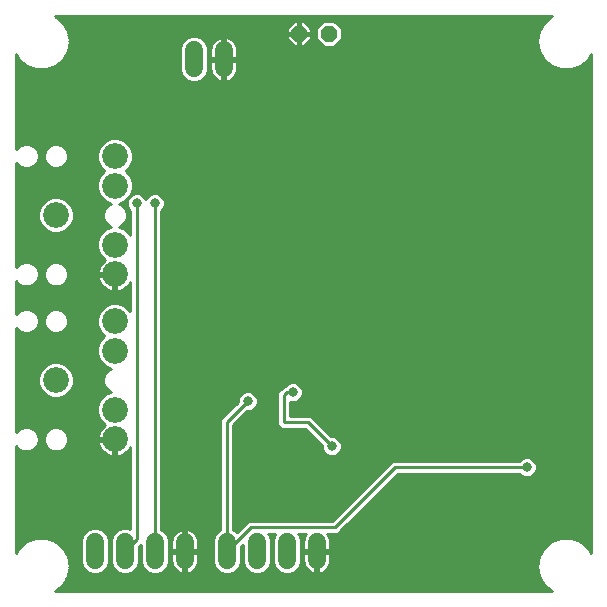
<source format=gbl>
G75*
G70*
%OFA0B0*%
%FSLAX24Y24*%
%IPPOS*%
%LPD*%
%AMOC8*
5,1,8,0,0,1.08239X$1,22.5*
%
%ADD10C,0.0860*%
%ADD11OC8,0.0520*%
%ADD12C,0.0600*%
%ADD13C,0.0320*%
%ADD14C,0.0100*%
D10*
X004668Y005654D03*
X004668Y006638D03*
X004668Y008607D03*
X004668Y009591D03*
X004668Y011154D03*
X004668Y012138D03*
X004668Y014107D03*
X004668Y015091D03*
X002699Y013123D03*
X002699Y007623D03*
D11*
X010799Y019173D03*
X011799Y019173D03*
D12*
X008299Y018623D02*
X008299Y018023D01*
X007299Y018023D02*
X007299Y018623D01*
X006999Y002223D02*
X006999Y001623D01*
X005999Y001623D02*
X005999Y002223D01*
X004999Y002223D02*
X004999Y001623D01*
X003999Y001623D02*
X003999Y002223D01*
X008399Y002223D02*
X008399Y001623D01*
X009399Y001623D02*
X009399Y002223D01*
X010399Y002223D02*
X010399Y001623D01*
X011399Y001623D02*
X011399Y002223D01*
D13*
X011899Y005423D03*
X010599Y007223D03*
X009799Y006923D03*
X009099Y006923D03*
X007499Y005123D03*
X006399Y007323D03*
X010199Y011023D03*
X008299Y011523D03*
X005999Y013523D03*
X005399Y013523D03*
X001799Y016323D03*
X012499Y012323D03*
X014499Y013123D03*
X014699Y012223D03*
X016999Y011823D03*
X014399Y008923D03*
X014999Y007723D03*
X012799Y009023D03*
X018399Y004723D03*
X018999Y005623D03*
X015899Y016623D03*
X016699Y018423D03*
D14*
X001369Y005427D02*
X001369Y001865D01*
X001468Y002036D01*
X001468Y002036D01*
X001468Y002036D01*
X001722Y002249D01*
X001722Y002249D01*
X002033Y002363D01*
X002365Y002363D01*
X002676Y002249D01*
X002676Y002249D01*
X002930Y002036D01*
X002930Y002036D01*
X003096Y001749D01*
X003096Y001749D01*
X003154Y001423D01*
X003154Y001423D01*
X003096Y001096D01*
X003096Y001096D01*
X002930Y000809D01*
X002930Y000809D01*
X002676Y000596D01*
X002676Y000596D01*
X002667Y000593D01*
X019231Y000593D01*
X019222Y000596D01*
X019222Y000596D01*
X018968Y000809D01*
X018968Y000809D01*
X018802Y001096D01*
X018802Y001096D01*
X018745Y001423D01*
X018745Y001423D01*
X018802Y001749D01*
X018802Y001749D01*
X018968Y002036D01*
X018968Y002036D01*
X018968Y002036D01*
X019222Y002249D01*
X019222Y002249D01*
X019533Y002363D01*
X019786Y002363D01*
X019865Y002363D01*
X020176Y002249D01*
X020176Y002249D01*
X020430Y002036D01*
X020430Y002036D01*
X020529Y001865D01*
X020529Y018480D01*
X020430Y018309D01*
X020430Y018309D01*
X020176Y018096D01*
X020176Y018096D01*
X019865Y017983D01*
X019533Y017983D01*
X019222Y018096D01*
X019222Y018096D01*
X018968Y018309D01*
X018968Y018309D01*
X018802Y018596D01*
X018802Y018596D01*
X018745Y018923D01*
X018745Y018923D01*
X018802Y019249D01*
X018802Y019249D01*
X018968Y019536D01*
X018968Y019536D01*
X018968Y019536D01*
X019222Y019749D01*
X019222Y019749D01*
X019231Y019753D01*
X002667Y019753D01*
X002676Y019749D01*
X002676Y019749D01*
X002930Y019536D01*
X002930Y019536D01*
X003096Y019249D01*
X003096Y019249D01*
X003154Y018923D01*
X003154Y018923D01*
X003096Y018596D01*
X003096Y018596D01*
X002930Y018309D01*
X002930Y018309D01*
X002676Y018096D01*
X002676Y018096D01*
X002365Y017983D01*
X002033Y017983D01*
X001722Y018096D01*
X001722Y018096D01*
X001468Y018309D01*
X001468Y018309D01*
X001369Y018480D01*
X001369Y015318D01*
X001370Y015321D01*
X001485Y015436D01*
X001634Y015497D01*
X001796Y015497D01*
X001945Y015436D01*
X002059Y015321D01*
X002121Y015172D01*
X002121Y015010D01*
X002059Y014861D01*
X001945Y014747D01*
X001796Y014685D01*
X001634Y014685D01*
X001485Y014747D01*
X001370Y014861D01*
X001369Y014864D01*
X001369Y011381D01*
X001370Y011384D01*
X001485Y011499D01*
X001634Y011560D01*
X001796Y011560D01*
X001945Y011499D01*
X002059Y011384D01*
X002121Y011235D01*
X002121Y011073D01*
X002059Y010924D01*
X001945Y010810D01*
X001796Y010748D01*
X001634Y010748D01*
X001485Y010810D01*
X001370Y010924D01*
X001369Y010927D01*
X001369Y009818D01*
X001370Y009821D01*
X001485Y009936D01*
X001634Y009997D01*
X001796Y009997D01*
X001945Y009936D01*
X002059Y009821D01*
X002121Y009672D01*
X002121Y009510D01*
X002059Y009361D01*
X001945Y009247D01*
X001796Y009185D01*
X001634Y009185D01*
X001485Y009247D01*
X001370Y009361D01*
X001369Y009364D01*
X001369Y005881D01*
X001370Y005884D01*
X001485Y005999D01*
X001634Y006060D01*
X001796Y006060D01*
X001945Y005999D01*
X002059Y005884D01*
X002121Y005735D01*
X002121Y005573D01*
X002059Y005424D01*
X001945Y005310D01*
X001796Y005248D01*
X001634Y005248D01*
X001485Y005310D01*
X001370Y005424D01*
X001369Y005427D01*
X001369Y005348D02*
X001447Y005348D01*
X001369Y005249D02*
X001631Y005249D01*
X001799Y005249D02*
X002615Y005249D01*
X002618Y005248D02*
X002780Y005248D01*
X002929Y005310D01*
X003043Y005424D01*
X003105Y005573D01*
X003105Y005735D01*
X003043Y005884D01*
X002929Y005999D01*
X002780Y006060D01*
X002618Y006060D01*
X002469Y005999D01*
X002355Y005884D01*
X002293Y005735D01*
X002293Y005573D01*
X002355Y005424D01*
X002469Y005310D01*
X002618Y005248D01*
X002783Y005249D02*
X004252Y005249D01*
X004225Y005276D02*
X004290Y005212D01*
X004364Y005158D01*
X004445Y005117D01*
X004532Y005089D01*
X004618Y005075D01*
X004618Y005604D01*
X004718Y005604D01*
X004718Y005075D01*
X004803Y005089D01*
X004890Y005117D01*
X004972Y005158D01*
X005045Y005212D01*
X005110Y005276D01*
X005164Y005350D01*
X005179Y005381D01*
X005179Y002657D01*
X005093Y002693D01*
X004906Y002693D01*
X004733Y002621D01*
X004601Y002489D01*
X004529Y002316D01*
X004529Y001529D01*
X004601Y001357D01*
X004733Y001224D01*
X004906Y001153D01*
X005093Y001153D01*
X005265Y001224D01*
X005398Y001357D01*
X005469Y001529D01*
X005469Y002082D01*
X005529Y002142D01*
X005529Y001529D01*
X005601Y001357D01*
X005733Y001224D01*
X005906Y001153D01*
X006093Y001153D01*
X006265Y001224D01*
X006398Y001357D01*
X006469Y001529D01*
X006469Y002316D01*
X006398Y002489D01*
X006265Y002621D01*
X006219Y002640D01*
X006219Y013276D01*
X006279Y013336D01*
X006329Y013457D01*
X006329Y013588D01*
X006279Y013710D01*
X006186Y013803D01*
X006065Y013853D01*
X005933Y013853D01*
X005812Y013803D01*
X005719Y013710D01*
X005699Y013661D01*
X005679Y013710D01*
X005586Y013803D01*
X005465Y013853D01*
X005333Y013853D01*
X005212Y013803D01*
X005119Y013710D01*
X005069Y013588D01*
X005069Y013457D01*
X005119Y013336D01*
X005179Y013276D01*
X005179Y012471D01*
X005176Y012478D01*
X005007Y012647D01*
X004794Y012735D01*
X004898Y012778D01*
X005012Y012893D01*
X005074Y013042D01*
X005074Y013204D01*
X005012Y013353D01*
X004898Y013467D01*
X004794Y013510D01*
X005007Y013598D01*
X005176Y013767D01*
X005268Y013988D01*
X005268Y014226D01*
X005176Y014447D01*
X005024Y014599D01*
X005176Y014751D01*
X005268Y014972D01*
X005268Y015211D01*
X005176Y015431D01*
X005007Y015600D01*
X004787Y015691D01*
X004548Y015691D01*
X004328Y015600D01*
X004159Y015431D01*
X004068Y015211D01*
X004068Y014972D01*
X004159Y014751D01*
X004311Y014599D01*
X004159Y014447D01*
X004068Y014226D01*
X004068Y013988D01*
X004159Y013767D01*
X004328Y013598D01*
X004541Y013510D01*
X004437Y013467D01*
X004323Y013353D01*
X004261Y013204D01*
X004261Y013042D01*
X004323Y012893D01*
X004437Y012778D01*
X004541Y012735D01*
X004328Y012647D01*
X004159Y012478D01*
X004068Y012258D01*
X004068Y012019D01*
X004159Y011799D01*
X004328Y011630D01*
X004333Y011628D01*
X004290Y011597D01*
X004225Y011532D01*
X004171Y011458D01*
X004130Y011377D01*
X004102Y011290D01*
X004088Y011204D01*
X004618Y011204D01*
X004618Y011104D01*
X004718Y011104D01*
X004718Y010575D01*
X004803Y010589D01*
X004890Y010617D01*
X004972Y010658D01*
X005045Y010712D01*
X005110Y010776D01*
X005164Y010850D01*
X005179Y010881D01*
X005179Y009924D01*
X005176Y009931D01*
X005007Y010100D01*
X004787Y010191D01*
X004548Y010191D01*
X004328Y010100D01*
X004159Y009931D01*
X004068Y009711D01*
X004068Y009472D01*
X004159Y009251D01*
X004311Y009099D01*
X004159Y008947D01*
X004068Y008726D01*
X004068Y008488D01*
X004159Y008267D01*
X004328Y008098D01*
X004541Y008010D01*
X004437Y007967D01*
X004323Y007853D01*
X004261Y007704D01*
X004261Y007542D01*
X004323Y007393D01*
X004437Y007278D01*
X004541Y007235D01*
X004328Y007147D01*
X004159Y006978D01*
X004068Y006758D01*
X004068Y006519D01*
X004159Y006299D01*
X004328Y006130D01*
X004333Y006128D01*
X004290Y006097D01*
X004225Y006032D01*
X004171Y005958D01*
X004130Y005877D01*
X004102Y005790D01*
X004088Y005704D01*
X004618Y005704D01*
X004618Y005604D01*
X004088Y005604D01*
X004102Y005518D01*
X004130Y005432D01*
X004171Y005350D01*
X004225Y005276D01*
X004173Y005348D02*
X002967Y005348D01*
X003053Y005446D02*
X004125Y005446D01*
X004098Y005545D02*
X003093Y005545D01*
X003105Y005643D02*
X004618Y005643D01*
X004618Y005545D02*
X004718Y005545D01*
X004718Y005446D02*
X004618Y005446D01*
X004618Y005348D02*
X004718Y005348D01*
X004718Y005249D02*
X004618Y005249D01*
X004618Y005151D02*
X004718Y005151D01*
X004957Y005151D02*
X005179Y005151D01*
X005179Y005249D02*
X005083Y005249D01*
X005162Y005348D02*
X005179Y005348D01*
X005179Y005052D02*
X001369Y005052D01*
X001369Y004954D02*
X005179Y004954D01*
X005179Y004855D02*
X001369Y004855D01*
X001369Y004757D02*
X005179Y004757D01*
X005179Y004658D02*
X001369Y004658D01*
X001369Y004560D02*
X005179Y004560D01*
X005179Y004461D02*
X001369Y004461D01*
X001369Y004363D02*
X005179Y004363D01*
X005179Y004264D02*
X001369Y004264D01*
X001369Y004166D02*
X005179Y004166D01*
X005179Y004067D02*
X001369Y004067D01*
X001369Y003969D02*
X005179Y003969D01*
X005179Y003870D02*
X001369Y003870D01*
X001369Y003772D02*
X005179Y003772D01*
X005179Y003673D02*
X001369Y003673D01*
X001369Y003575D02*
X005179Y003575D01*
X005179Y003476D02*
X001369Y003476D01*
X001369Y003378D02*
X005179Y003378D01*
X005179Y003279D02*
X001369Y003279D01*
X001369Y003181D02*
X005179Y003181D01*
X005179Y003082D02*
X001369Y003082D01*
X001369Y002984D02*
X005179Y002984D01*
X005179Y002885D02*
X001369Y002885D01*
X001369Y002787D02*
X005179Y002787D01*
X005179Y002688D02*
X005103Y002688D01*
X004895Y002688D02*
X004103Y002688D01*
X004093Y002693D02*
X003906Y002693D01*
X003733Y002621D01*
X003601Y002489D01*
X003529Y002316D01*
X003529Y001529D01*
X003601Y001357D01*
X003733Y001224D01*
X003906Y001153D01*
X004093Y001153D01*
X004265Y001224D01*
X004398Y001357D01*
X004469Y001529D01*
X004469Y002316D01*
X004398Y002489D01*
X004265Y002621D01*
X004093Y002693D01*
X003895Y002688D02*
X001369Y002688D01*
X001369Y002590D02*
X003701Y002590D01*
X003603Y002491D02*
X001369Y002491D01*
X001369Y002393D02*
X003561Y002393D01*
X003529Y002294D02*
X002553Y002294D01*
X002740Y002196D02*
X003529Y002196D01*
X003529Y002097D02*
X002858Y002097D01*
X002952Y001999D02*
X003529Y001999D01*
X003529Y001900D02*
X003009Y001900D01*
X003066Y001802D02*
X003529Y001802D01*
X003529Y001703D02*
X003104Y001703D01*
X003121Y001605D02*
X003529Y001605D01*
X003539Y001506D02*
X003139Y001506D01*
X003151Y001408D02*
X003579Y001408D01*
X003648Y001309D02*
X003134Y001309D01*
X003116Y001211D02*
X003766Y001211D01*
X004233Y001211D02*
X004766Y001211D01*
X004648Y001309D02*
X004350Y001309D01*
X004419Y001408D02*
X004579Y001408D01*
X004539Y001506D02*
X004460Y001506D01*
X004469Y001605D02*
X004529Y001605D01*
X004529Y001703D02*
X004469Y001703D01*
X004469Y001802D02*
X004529Y001802D01*
X004529Y001900D02*
X004469Y001900D01*
X004469Y001999D02*
X004529Y001999D01*
X004529Y002097D02*
X004469Y002097D01*
X004469Y002196D02*
X004529Y002196D01*
X004529Y002294D02*
X004469Y002294D01*
X004437Y002393D02*
X004561Y002393D01*
X004603Y002491D02*
X004395Y002491D01*
X004297Y002590D02*
X004701Y002590D01*
X004999Y001923D02*
X005399Y002323D01*
X005399Y013523D01*
X005069Y013523D02*
X004826Y013523D01*
X004940Y013425D02*
X005082Y013425D01*
X005129Y013326D02*
X005023Y013326D01*
X005064Y013228D02*
X005179Y013228D01*
X005179Y013129D02*
X005074Y013129D01*
X005069Y013031D02*
X005179Y013031D01*
X005179Y012932D02*
X005028Y012932D01*
X004953Y012834D02*
X005179Y012834D01*
X005179Y012735D02*
X004795Y012735D01*
X005018Y012637D02*
X005179Y012637D01*
X005179Y012538D02*
X005116Y012538D01*
X004540Y012735D02*
X003160Y012735D01*
X003208Y012783D02*
X003039Y012614D01*
X002818Y012523D01*
X002580Y012523D01*
X002359Y012614D01*
X002190Y012783D01*
X002099Y013003D01*
X002099Y013242D01*
X002190Y013463D01*
X002359Y013631D01*
X002580Y013723D01*
X002818Y013723D01*
X003039Y013631D01*
X003208Y013463D01*
X003299Y013242D01*
X003299Y013003D01*
X003208Y012783D01*
X003229Y012834D02*
X004382Y012834D01*
X004307Y012932D02*
X003270Y012932D01*
X003299Y013031D02*
X004266Y013031D01*
X004261Y013129D02*
X003299Y013129D01*
X003299Y013228D02*
X004271Y013228D01*
X004312Y013326D02*
X003264Y013326D01*
X003223Y013425D02*
X004395Y013425D01*
X004509Y013523D02*
X003147Y013523D01*
X003049Y013622D02*
X004304Y013622D01*
X004206Y013720D02*
X002824Y013720D01*
X002574Y013720D02*
X001369Y013720D01*
X001369Y013622D02*
X002350Y013622D01*
X002251Y013523D02*
X001369Y013523D01*
X001369Y013425D02*
X002175Y013425D01*
X002134Y013326D02*
X001369Y013326D01*
X001369Y013228D02*
X002099Y013228D01*
X002099Y013129D02*
X001369Y013129D01*
X001369Y013031D02*
X002099Y013031D01*
X002129Y012932D02*
X001369Y012932D01*
X001369Y012834D02*
X002169Y012834D01*
X002238Y012735D02*
X001369Y012735D01*
X001369Y012637D02*
X002336Y012637D01*
X002542Y012538D02*
X001369Y012538D01*
X001369Y012440D02*
X004143Y012440D01*
X004102Y012341D02*
X001369Y012341D01*
X001369Y012243D02*
X004068Y012243D01*
X004068Y012144D02*
X001369Y012144D01*
X001369Y012046D02*
X004068Y012046D01*
X004097Y011947D02*
X001369Y011947D01*
X001369Y011849D02*
X004138Y011849D01*
X004207Y011750D02*
X001369Y011750D01*
X001369Y011652D02*
X004306Y011652D01*
X004246Y011553D02*
X002797Y011553D01*
X002780Y011560D02*
X002618Y011560D01*
X002469Y011499D01*
X002355Y011384D01*
X002293Y011235D01*
X002293Y011073D01*
X002355Y010924D01*
X002469Y010810D01*
X002618Y010748D01*
X002780Y010748D01*
X002929Y010810D01*
X003043Y010924D01*
X003105Y011073D01*
X003105Y011235D01*
X003043Y011384D01*
X002929Y011499D01*
X002780Y011560D01*
X002601Y011553D02*
X001813Y011553D01*
X001617Y011553D02*
X001369Y011553D01*
X001369Y011455D02*
X001441Y011455D01*
X001989Y011455D02*
X002425Y011455D01*
X002343Y011356D02*
X002071Y011356D01*
X002112Y011258D02*
X002302Y011258D01*
X002293Y011159D02*
X002121Y011159D01*
X002116Y011061D02*
X002298Y011061D01*
X002339Y010962D02*
X002075Y010962D01*
X001999Y010864D02*
X002415Y010864D01*
X002577Y010765D02*
X001837Y010765D01*
X001592Y010765D02*
X001369Y010765D01*
X001369Y010667D02*
X004352Y010667D01*
X004364Y010658D02*
X004445Y010617D01*
X004532Y010589D01*
X004618Y010575D01*
X004618Y011104D01*
X004088Y011104D01*
X004102Y011018D01*
X004130Y010932D01*
X004171Y010850D01*
X004225Y010776D01*
X004290Y010712D01*
X004364Y010658D01*
X004236Y010765D02*
X002822Y010765D01*
X002983Y010864D02*
X004165Y010864D01*
X004120Y010962D02*
X003059Y010962D01*
X003100Y011061D02*
X004095Y011061D01*
X004097Y011258D02*
X003096Y011258D01*
X003105Y011159D02*
X004618Y011159D01*
X004618Y011061D02*
X004718Y011061D01*
X004718Y010962D02*
X004618Y010962D01*
X004618Y010864D02*
X004718Y010864D01*
X004718Y010765D02*
X004618Y010765D01*
X004618Y010667D02*
X004718Y010667D01*
X004983Y010667D02*
X005179Y010667D01*
X005179Y010765D02*
X005099Y010765D01*
X005171Y010864D02*
X005179Y010864D01*
X005179Y010568D02*
X001369Y010568D01*
X001369Y010470D02*
X005179Y010470D01*
X005179Y010371D02*
X001369Y010371D01*
X001369Y010273D02*
X005179Y010273D01*
X005179Y010174D02*
X004828Y010174D01*
X005032Y010076D02*
X005179Y010076D01*
X005179Y009977D02*
X005130Y009977D01*
X004507Y010174D02*
X001369Y010174D01*
X001369Y010076D02*
X004304Y010076D01*
X004205Y009977D02*
X002829Y009977D01*
X002780Y009997D02*
X002618Y009997D01*
X002469Y009936D01*
X002355Y009821D01*
X002293Y009672D01*
X002293Y009510D01*
X002355Y009361D01*
X002469Y009247D01*
X002618Y009185D01*
X002780Y009185D01*
X002929Y009247D01*
X003043Y009361D01*
X003105Y009510D01*
X003105Y009672D01*
X003043Y009821D01*
X002929Y009936D01*
X002780Y009997D01*
X002569Y009977D02*
X001844Y009977D01*
X002002Y009879D02*
X002412Y009879D01*
X002338Y009780D02*
X002076Y009780D01*
X002117Y009682D02*
X002297Y009682D01*
X002293Y009583D02*
X002121Y009583D01*
X002110Y009485D02*
X002303Y009485D01*
X002344Y009386D02*
X002070Y009386D01*
X001986Y009288D02*
X002428Y009288D01*
X002608Y009189D02*
X001806Y009189D01*
X001624Y009189D02*
X001369Y009189D01*
X001369Y009091D02*
X004303Y009091D01*
X004221Y009189D02*
X002790Y009189D01*
X002970Y009288D02*
X004144Y009288D01*
X004103Y009386D02*
X003054Y009386D01*
X003095Y009485D02*
X004068Y009485D01*
X004068Y009583D02*
X003105Y009583D01*
X003101Y009682D02*
X004068Y009682D01*
X004096Y009780D02*
X003060Y009780D01*
X002986Y009879D02*
X004137Y009879D01*
X004204Y008992D02*
X001369Y008992D01*
X001369Y008894D02*
X004137Y008894D01*
X004096Y008795D02*
X001369Y008795D01*
X001369Y008697D02*
X004068Y008697D01*
X004068Y008598D02*
X001369Y008598D01*
X001369Y008500D02*
X004068Y008500D01*
X004103Y008401D02*
X001369Y008401D01*
X001369Y008303D02*
X004144Y008303D01*
X004222Y008204D02*
X002863Y008204D01*
X002818Y008223D02*
X002580Y008223D01*
X002359Y008131D01*
X002190Y007963D01*
X002099Y007742D01*
X002099Y007503D01*
X002190Y007283D01*
X002359Y007114D01*
X002580Y007023D01*
X002818Y007023D01*
X003039Y007114D01*
X003208Y007283D01*
X003299Y007503D01*
X003299Y007742D01*
X003208Y007963D01*
X003039Y008131D01*
X002818Y008223D01*
X003065Y008106D02*
X004320Y008106D01*
X004379Y007909D02*
X003230Y007909D01*
X003271Y007810D02*
X004306Y007810D01*
X004265Y007712D02*
X003299Y007712D01*
X003299Y007613D02*
X004261Y007613D01*
X004273Y007515D02*
X003299Y007515D01*
X003263Y007416D02*
X004313Y007416D01*
X004398Y007318D02*
X003222Y007318D01*
X003144Y007219D02*
X004502Y007219D01*
X004301Y007121D02*
X003046Y007121D01*
X002353Y007121D02*
X001369Y007121D01*
X001369Y007219D02*
X002254Y007219D01*
X002176Y007318D02*
X001369Y007318D01*
X001369Y007416D02*
X002135Y007416D01*
X002099Y007515D02*
X001369Y007515D01*
X001369Y007613D02*
X002099Y007613D01*
X002099Y007712D02*
X001369Y007712D01*
X001369Y007810D02*
X002127Y007810D01*
X002168Y007909D02*
X001369Y007909D01*
X001369Y008007D02*
X002235Y008007D01*
X002334Y008106D02*
X001369Y008106D01*
X001369Y008204D02*
X002535Y008204D01*
X003163Y008007D02*
X004534Y008007D01*
X004203Y007022D02*
X001369Y007022D01*
X001369Y006924D02*
X004136Y006924D01*
X004095Y006825D02*
X001369Y006825D01*
X001369Y006727D02*
X004068Y006727D01*
X004068Y006628D02*
X001369Y006628D01*
X001369Y006530D02*
X004068Y006530D01*
X004104Y006431D02*
X001369Y006431D01*
X001369Y006333D02*
X004145Y006333D01*
X004223Y006234D02*
X001369Y006234D01*
X001369Y006136D02*
X004322Y006136D01*
X004230Y006037D02*
X002836Y006037D01*
X002989Y005939D02*
X004162Y005939D01*
X004118Y005840D02*
X003062Y005840D01*
X003102Y005742D02*
X004094Y005742D01*
X004378Y005151D02*
X001369Y005151D01*
X001983Y005348D02*
X002431Y005348D01*
X002346Y005446D02*
X002068Y005446D01*
X002109Y005545D02*
X002305Y005545D01*
X002293Y005643D02*
X002121Y005643D01*
X002118Y005742D02*
X002296Y005742D01*
X002336Y005840D02*
X002077Y005840D01*
X002005Y005939D02*
X002409Y005939D01*
X002562Y006037D02*
X001852Y006037D01*
X001578Y006037D02*
X001369Y006037D01*
X001369Y005939D02*
X001425Y005939D01*
X001369Y009288D02*
X001444Y009288D01*
X001428Y009879D02*
X001369Y009879D01*
X001369Y009977D02*
X001585Y009977D01*
X001431Y010864D02*
X001369Y010864D01*
X002973Y011455D02*
X004170Y011455D01*
X004123Y011356D02*
X003055Y011356D01*
X002856Y012538D02*
X004219Y012538D01*
X004317Y012637D02*
X003062Y012637D01*
X004138Y013819D02*
X001369Y013819D01*
X001369Y013917D02*
X004097Y013917D01*
X004068Y014016D02*
X001369Y014016D01*
X001369Y014114D02*
X004068Y014114D01*
X004068Y014213D02*
X001369Y014213D01*
X001369Y014311D02*
X004103Y014311D01*
X004144Y014410D02*
X001369Y014410D01*
X001369Y014508D02*
X004220Y014508D01*
X004303Y014607D02*
X001369Y014607D01*
X001369Y014705D02*
X001585Y014705D01*
X001428Y014804D02*
X001369Y014804D01*
X001844Y014705D02*
X002569Y014705D01*
X002618Y014685D02*
X002780Y014685D01*
X002929Y014747D01*
X003043Y014861D01*
X003105Y015010D01*
X003105Y015172D01*
X003043Y015321D01*
X002929Y015436D01*
X002780Y015497D01*
X002618Y015497D01*
X002469Y015436D01*
X002355Y015321D01*
X002293Y015172D01*
X002293Y015010D01*
X002355Y014861D01*
X002469Y014747D01*
X002618Y014685D01*
X002829Y014705D02*
X004205Y014705D01*
X004137Y014804D02*
X002986Y014804D01*
X003060Y014902D02*
X004096Y014902D01*
X004068Y015001D02*
X003101Y015001D01*
X003105Y015099D02*
X004068Y015099D01*
X004068Y015198D02*
X003095Y015198D01*
X003054Y015296D02*
X004103Y015296D01*
X004144Y015395D02*
X002970Y015395D01*
X002790Y015493D02*
X004221Y015493D01*
X004320Y015592D02*
X001369Y015592D01*
X001369Y015690D02*
X004546Y015690D01*
X004789Y015690D02*
X020529Y015690D01*
X020529Y015592D02*
X005016Y015592D01*
X005114Y015493D02*
X020529Y015493D01*
X020529Y015395D02*
X005191Y015395D01*
X005232Y015296D02*
X020529Y015296D01*
X020529Y015198D02*
X005268Y015198D01*
X005268Y015099D02*
X020529Y015099D01*
X020529Y015001D02*
X005268Y015001D01*
X005239Y014902D02*
X020529Y014902D01*
X020529Y014804D02*
X005198Y014804D01*
X005130Y014705D02*
X020529Y014705D01*
X020529Y014607D02*
X005032Y014607D01*
X005115Y014508D02*
X020529Y014508D01*
X020529Y014410D02*
X005192Y014410D01*
X005232Y014311D02*
X020529Y014311D01*
X020529Y014213D02*
X005268Y014213D01*
X005268Y014114D02*
X020529Y014114D01*
X020529Y014016D02*
X005268Y014016D01*
X005238Y013917D02*
X020529Y013917D01*
X020529Y013819D02*
X006147Y013819D01*
X006268Y013720D02*
X020529Y013720D01*
X020529Y013622D02*
X006315Y013622D01*
X006329Y013523D02*
X020529Y013523D01*
X020529Y013425D02*
X006316Y013425D01*
X006269Y013326D02*
X020529Y013326D01*
X020529Y013228D02*
X006219Y013228D01*
X006219Y013129D02*
X020529Y013129D01*
X020529Y013031D02*
X006219Y013031D01*
X006219Y012932D02*
X020529Y012932D01*
X020529Y012834D02*
X006219Y012834D01*
X006219Y012735D02*
X020529Y012735D01*
X020529Y012637D02*
X006219Y012637D01*
X006219Y012538D02*
X020529Y012538D01*
X020529Y012440D02*
X006219Y012440D01*
X006219Y012341D02*
X020529Y012341D01*
X020529Y012243D02*
X006219Y012243D01*
X006219Y012144D02*
X020529Y012144D01*
X020529Y012046D02*
X006219Y012046D01*
X006219Y011947D02*
X020529Y011947D01*
X020529Y011849D02*
X006219Y011849D01*
X006219Y011750D02*
X020529Y011750D01*
X020529Y011652D02*
X006219Y011652D01*
X006219Y011553D02*
X020529Y011553D01*
X020529Y011455D02*
X006219Y011455D01*
X006219Y011356D02*
X020529Y011356D01*
X020529Y011258D02*
X006219Y011258D01*
X006219Y011159D02*
X020529Y011159D01*
X020529Y011061D02*
X006219Y011061D01*
X006219Y010962D02*
X020529Y010962D01*
X020529Y010864D02*
X006219Y010864D01*
X006219Y010765D02*
X020529Y010765D01*
X020529Y010667D02*
X006219Y010667D01*
X006219Y010568D02*
X020529Y010568D01*
X020529Y010470D02*
X006219Y010470D01*
X006219Y010371D02*
X020529Y010371D01*
X020529Y010273D02*
X006219Y010273D01*
X006219Y010174D02*
X020529Y010174D01*
X020529Y010076D02*
X006219Y010076D01*
X006219Y009977D02*
X020529Y009977D01*
X020529Y009879D02*
X006219Y009879D01*
X006219Y009780D02*
X020529Y009780D01*
X020529Y009682D02*
X006219Y009682D01*
X006219Y009583D02*
X020529Y009583D01*
X020529Y009485D02*
X006219Y009485D01*
X006219Y009386D02*
X020529Y009386D01*
X020529Y009288D02*
X006219Y009288D01*
X006219Y009189D02*
X020529Y009189D01*
X020529Y009091D02*
X006219Y009091D01*
X006219Y008992D02*
X020529Y008992D01*
X020529Y008894D02*
X006219Y008894D01*
X006219Y008795D02*
X020529Y008795D01*
X020529Y008697D02*
X006219Y008697D01*
X006219Y008598D02*
X020529Y008598D01*
X020529Y008500D02*
X006219Y008500D01*
X006219Y008401D02*
X020529Y008401D01*
X020529Y008303D02*
X006219Y008303D01*
X006219Y008204D02*
X020529Y008204D01*
X020529Y008106D02*
X006219Y008106D01*
X006219Y008007D02*
X020529Y008007D01*
X020529Y007909D02*
X006219Y007909D01*
X006219Y007810D02*
X020529Y007810D01*
X020529Y007712D02*
X006219Y007712D01*
X006219Y007613D02*
X020529Y007613D01*
X020529Y007515D02*
X010756Y007515D01*
X010786Y007503D02*
X010665Y007553D01*
X010533Y007553D01*
X010412Y007503D01*
X010352Y007443D01*
X010308Y007443D01*
X010208Y007343D01*
X010079Y007214D01*
X010079Y006132D01*
X010208Y006003D01*
X011008Y006003D01*
X011569Y005442D01*
X011569Y005357D01*
X011619Y005236D01*
X011712Y005143D01*
X011833Y005093D01*
X011965Y005093D01*
X012086Y005143D01*
X012179Y005236D01*
X012229Y005357D01*
X012229Y005488D01*
X012179Y005610D01*
X012086Y005703D01*
X011965Y005753D01*
X011880Y005753D01*
X011190Y006443D01*
X010519Y006443D01*
X010519Y006899D01*
X010533Y006893D01*
X010665Y006893D01*
X010786Y006943D01*
X010879Y007036D01*
X010929Y007157D01*
X010929Y007288D01*
X010879Y007410D01*
X010786Y007503D01*
X010872Y007416D02*
X020529Y007416D01*
X020529Y007318D02*
X010917Y007318D01*
X010929Y007219D02*
X020529Y007219D01*
X020529Y007121D02*
X010914Y007121D01*
X010865Y007022D02*
X020529Y007022D01*
X020529Y006924D02*
X010740Y006924D01*
X010519Y006825D02*
X020529Y006825D01*
X020529Y006727D02*
X010519Y006727D01*
X010519Y006628D02*
X020529Y006628D01*
X020529Y006530D02*
X010519Y006530D01*
X010299Y006223D02*
X011099Y006223D01*
X011899Y005423D01*
X012206Y005545D02*
X020529Y005545D01*
X020529Y005643D02*
X012145Y005643D01*
X011991Y005742D02*
X020529Y005742D01*
X020529Y005840D02*
X011793Y005840D01*
X011694Y005939D02*
X020529Y005939D01*
X020529Y006037D02*
X011596Y006037D01*
X011497Y006136D02*
X020529Y006136D01*
X020529Y006234D02*
X011399Y006234D01*
X011300Y006333D02*
X020529Y006333D01*
X020529Y006431D02*
X011202Y006431D01*
X011072Y005939D02*
X008619Y005939D01*
X008619Y006037D02*
X010173Y006037D01*
X010079Y006136D02*
X008623Y006136D01*
X008619Y006132D02*
X009080Y006593D01*
X009165Y006593D01*
X009286Y006643D01*
X009379Y006736D01*
X009429Y006857D01*
X009429Y006988D01*
X009379Y007110D01*
X009286Y007203D01*
X009165Y007253D01*
X009033Y007253D01*
X008912Y007203D01*
X008819Y007110D01*
X008769Y006988D01*
X008769Y006904D01*
X008179Y006314D01*
X008179Y002640D01*
X008133Y002621D01*
X008001Y002489D01*
X007929Y002316D01*
X007929Y001529D01*
X008001Y001357D01*
X008133Y001224D01*
X008306Y001153D01*
X008493Y001153D01*
X008665Y001224D01*
X008798Y001357D01*
X008869Y001529D01*
X008869Y002082D01*
X008929Y002142D01*
X008929Y001529D01*
X009001Y001357D01*
X009133Y001224D01*
X009306Y001153D01*
X009493Y001153D01*
X009665Y001224D01*
X009798Y001357D01*
X009869Y001529D01*
X009869Y002316D01*
X009798Y002489D01*
X009784Y002503D01*
X010014Y002503D01*
X010001Y002489D01*
X009929Y002316D01*
X009929Y001529D01*
X010001Y001357D01*
X010133Y001224D01*
X010306Y001153D01*
X010493Y001153D01*
X010665Y001224D01*
X010798Y001357D01*
X010869Y001529D01*
X010869Y002316D01*
X010798Y002489D01*
X010784Y002503D01*
X011046Y002503D01*
X011014Y002459D01*
X010982Y002395D01*
X010960Y002328D01*
X010949Y002258D01*
X010949Y001973D01*
X011349Y001973D01*
X011349Y001873D01*
X010949Y001873D01*
X010949Y001587D01*
X010960Y001517D01*
X010982Y001450D01*
X011014Y001387D01*
X011056Y001330D01*
X011106Y001280D01*
X011163Y001238D01*
X011226Y001206D01*
X011294Y001184D01*
X011349Y001175D01*
X011349Y001873D01*
X011449Y001873D01*
X011449Y001973D01*
X011849Y001973D01*
X011849Y002258D01*
X011838Y002328D01*
X011816Y002395D01*
X011784Y002459D01*
X011752Y002503D01*
X012090Y002503D01*
X012219Y002632D01*
X014090Y004503D01*
X018152Y004503D01*
X018212Y004443D01*
X018333Y004393D01*
X018465Y004393D01*
X018586Y004443D01*
X018679Y004536D01*
X018729Y004657D01*
X018729Y004788D01*
X018679Y004910D01*
X018586Y005003D01*
X018465Y005053D01*
X018333Y005053D01*
X018212Y005003D01*
X018152Y004943D01*
X013908Y004943D01*
X011908Y002943D01*
X009108Y002943D01*
X008726Y002561D01*
X008665Y002621D01*
X008619Y002640D01*
X008619Y006132D01*
X008722Y006234D02*
X010079Y006234D01*
X010079Y006333D02*
X008820Y006333D01*
X008919Y006431D02*
X010079Y006431D01*
X010079Y006530D02*
X009017Y006530D01*
X009250Y006628D02*
X010079Y006628D01*
X010079Y006727D02*
X009370Y006727D01*
X009416Y006825D02*
X010079Y006825D01*
X010079Y006924D02*
X009429Y006924D01*
X009415Y007022D02*
X010079Y007022D01*
X009999Y007023D02*
X009899Y006923D01*
X009799Y006923D01*
X010079Y007121D02*
X009368Y007121D01*
X009246Y007219D02*
X010084Y007219D01*
X010183Y007318D02*
X006219Y007318D01*
X006219Y007416D02*
X010281Y007416D01*
X010442Y007515D02*
X006219Y007515D01*
X006399Y007323D02*
X006299Y007223D01*
X006219Y007219D02*
X008953Y007219D01*
X008830Y007121D02*
X006219Y007121D01*
X006219Y007022D02*
X008783Y007022D01*
X008769Y006924D02*
X006219Y006924D01*
X006219Y006825D02*
X008690Y006825D01*
X008592Y006727D02*
X006219Y006727D01*
X006219Y006628D02*
X008493Y006628D01*
X008395Y006530D02*
X006219Y006530D01*
X006219Y006431D02*
X008296Y006431D01*
X008198Y006333D02*
X006219Y006333D01*
X006219Y006234D02*
X008179Y006234D01*
X008179Y006136D02*
X006219Y006136D01*
X006219Y006037D02*
X008179Y006037D01*
X008179Y005939D02*
X006219Y005939D01*
X006219Y005840D02*
X008179Y005840D01*
X008179Y005742D02*
X006219Y005742D01*
X006219Y005643D02*
X008179Y005643D01*
X008179Y005545D02*
X006219Y005545D01*
X006219Y005446D02*
X008179Y005446D01*
X008179Y005348D02*
X006219Y005348D01*
X006219Y005249D02*
X008179Y005249D01*
X008179Y005151D02*
X006219Y005151D01*
X006219Y005052D02*
X008179Y005052D01*
X008179Y004954D02*
X006219Y004954D01*
X006219Y004855D02*
X008179Y004855D01*
X008179Y004757D02*
X006219Y004757D01*
X006219Y004658D02*
X008179Y004658D01*
X008179Y004560D02*
X006219Y004560D01*
X006219Y004461D02*
X008179Y004461D01*
X008179Y004363D02*
X006219Y004363D01*
X006219Y004264D02*
X008179Y004264D01*
X008179Y004166D02*
X006219Y004166D01*
X006219Y004067D02*
X008179Y004067D01*
X008179Y003969D02*
X006219Y003969D01*
X006219Y003870D02*
X008179Y003870D01*
X008179Y003772D02*
X006219Y003772D01*
X006219Y003673D02*
X008179Y003673D01*
X008179Y003575D02*
X006219Y003575D01*
X006219Y003476D02*
X008179Y003476D01*
X008179Y003378D02*
X006219Y003378D01*
X006219Y003279D02*
X008179Y003279D01*
X008179Y003181D02*
X006219Y003181D01*
X006219Y003082D02*
X008179Y003082D01*
X008179Y002984D02*
X006219Y002984D01*
X006219Y002885D02*
X008179Y002885D01*
X008179Y002787D02*
X006219Y002787D01*
X006219Y002688D02*
X008179Y002688D01*
X008101Y002590D02*
X007259Y002590D01*
X007235Y002608D02*
X007172Y002640D01*
X007104Y002662D01*
X007049Y002670D01*
X007049Y001973D01*
X006949Y001973D01*
X006949Y002670D01*
X006894Y002662D01*
X006826Y002640D01*
X006763Y002608D01*
X006706Y002566D01*
X006656Y002516D01*
X006614Y002459D01*
X006582Y002395D01*
X006560Y002328D01*
X006549Y002258D01*
X006549Y001973D01*
X006949Y001973D01*
X006949Y001873D01*
X006549Y001873D01*
X006549Y001587D01*
X006560Y001517D01*
X006582Y001450D01*
X006614Y001387D01*
X006656Y001330D01*
X006706Y001280D01*
X006763Y001238D01*
X006826Y001206D01*
X006894Y001184D01*
X006949Y001175D01*
X006949Y001873D01*
X007049Y001873D01*
X007049Y001973D01*
X007449Y001973D01*
X007449Y002258D01*
X007438Y002328D01*
X007416Y002395D01*
X007384Y002459D01*
X007342Y002516D01*
X007292Y002566D01*
X007235Y002608D01*
X007360Y002491D02*
X008003Y002491D01*
X007961Y002393D02*
X007417Y002393D01*
X007443Y002294D02*
X007929Y002294D01*
X007929Y002196D02*
X007449Y002196D01*
X007449Y002097D02*
X007929Y002097D01*
X007929Y001999D02*
X007449Y001999D01*
X007449Y001873D02*
X007049Y001873D01*
X007049Y001175D01*
X007104Y001184D01*
X007172Y001206D01*
X007235Y001238D01*
X007292Y001280D01*
X007342Y001330D01*
X007384Y001387D01*
X007416Y001450D01*
X007438Y001517D01*
X007449Y001587D01*
X007449Y001873D01*
X007449Y001802D02*
X007929Y001802D01*
X007929Y001900D02*
X007049Y001900D01*
X007049Y001802D02*
X006949Y001802D01*
X006949Y001900D02*
X006469Y001900D01*
X006469Y001802D02*
X006549Y001802D01*
X006549Y001703D02*
X006469Y001703D01*
X006469Y001605D02*
X006549Y001605D01*
X006564Y001506D02*
X006460Y001506D01*
X006419Y001408D02*
X006604Y001408D01*
X006676Y001309D02*
X006350Y001309D01*
X006233Y001211D02*
X006816Y001211D01*
X006949Y001211D02*
X007049Y001211D01*
X007049Y001309D02*
X006949Y001309D01*
X006949Y001408D02*
X007049Y001408D01*
X007049Y001506D02*
X006949Y001506D01*
X006949Y001605D02*
X007049Y001605D01*
X007049Y001703D02*
X006949Y001703D01*
X006949Y001999D02*
X007049Y001999D01*
X007049Y002097D02*
X006949Y002097D01*
X006949Y002196D02*
X007049Y002196D01*
X007049Y002294D02*
X006949Y002294D01*
X006949Y002393D02*
X007049Y002393D01*
X007049Y002491D02*
X006949Y002491D01*
X006949Y002590D02*
X007049Y002590D01*
X006739Y002590D02*
X006297Y002590D01*
X006395Y002491D02*
X006638Y002491D01*
X006581Y002393D02*
X006437Y002393D01*
X006469Y002294D02*
X006555Y002294D01*
X006549Y002196D02*
X006469Y002196D01*
X006469Y002097D02*
X006549Y002097D01*
X006549Y001999D02*
X006469Y001999D01*
X005999Y001923D02*
X005999Y013523D01*
X005851Y013819D02*
X005547Y013819D01*
X005668Y013720D02*
X005730Y013720D01*
X005251Y013819D02*
X005198Y013819D01*
X005129Y013720D02*
X005130Y013720D01*
X005083Y013622D02*
X005031Y013622D01*
X002608Y015493D02*
X001806Y015493D01*
X001624Y015493D02*
X001369Y015493D01*
X001369Y015395D02*
X001444Y015395D01*
X001369Y015789D02*
X020529Y015789D01*
X020529Y015887D02*
X001369Y015887D01*
X001369Y015986D02*
X020529Y015986D01*
X020529Y016084D02*
X001369Y016084D01*
X001369Y016183D02*
X020529Y016183D01*
X020529Y016281D02*
X001369Y016281D01*
X001369Y016380D02*
X020529Y016380D01*
X020529Y016478D02*
X001369Y016478D01*
X001369Y016577D02*
X020529Y016577D01*
X020529Y016675D02*
X001369Y016675D01*
X001369Y016774D02*
X020529Y016774D01*
X020529Y016872D02*
X001369Y016872D01*
X001369Y016971D02*
X020529Y016971D01*
X020529Y017069D02*
X001369Y017069D01*
X001369Y017168D02*
X020529Y017168D01*
X020529Y017266D02*
X001369Y017266D01*
X001369Y017365D02*
X020529Y017365D01*
X020529Y017463D02*
X001369Y017463D01*
X001369Y017562D02*
X007184Y017562D01*
X007206Y017553D02*
X007393Y017553D01*
X007565Y017624D01*
X007698Y017757D01*
X007769Y017929D01*
X007769Y018716D01*
X007698Y018889D01*
X007565Y019021D01*
X007393Y019093D01*
X007206Y019093D01*
X007033Y019021D01*
X006901Y018889D01*
X006829Y018716D01*
X006829Y017929D01*
X006901Y017757D01*
X007033Y017624D01*
X007206Y017553D01*
X007414Y017562D02*
X020529Y017562D01*
X020529Y017660D02*
X008566Y017660D01*
X008592Y017680D02*
X008642Y017730D01*
X008684Y017787D01*
X008716Y017850D01*
X008738Y017917D01*
X008749Y017987D01*
X008749Y018273D01*
X008349Y018273D01*
X008349Y018373D01*
X008249Y018373D01*
X008249Y019070D01*
X008194Y019062D01*
X008126Y019040D01*
X008063Y019008D01*
X008006Y018966D01*
X007956Y018916D01*
X007914Y018859D01*
X007882Y018795D01*
X007860Y018728D01*
X007849Y018658D01*
X007849Y018373D01*
X008249Y018373D01*
X008249Y018273D01*
X007849Y018273D01*
X007849Y017987D01*
X007860Y017917D01*
X007882Y017850D01*
X007914Y017787D01*
X007956Y017730D01*
X008006Y017680D01*
X008063Y017638D01*
X008126Y017606D01*
X008194Y017584D01*
X008249Y017575D01*
X008249Y018273D01*
X008349Y018273D01*
X008349Y017575D01*
X008404Y017584D01*
X008472Y017606D01*
X008535Y017638D01*
X008592Y017680D01*
X008664Y017759D02*
X020529Y017759D01*
X020529Y017857D02*
X008718Y017857D01*
X008744Y017956D02*
X020529Y017956D01*
X020529Y018054D02*
X020061Y018054D01*
X020244Y018153D02*
X020529Y018153D01*
X020529Y018251D02*
X020361Y018251D01*
X020430Y018309D02*
X020430Y018309D01*
X020454Y018350D02*
X020529Y018350D01*
X020529Y018448D02*
X020511Y018448D01*
X019337Y018054D02*
X008749Y018054D01*
X008749Y018153D02*
X019154Y018153D01*
X019037Y018251D02*
X008749Y018251D01*
X008749Y018373D02*
X008749Y018658D01*
X008738Y018728D01*
X008716Y018795D01*
X008684Y018859D01*
X008642Y018916D01*
X008592Y018966D01*
X008535Y019008D01*
X008472Y019040D01*
X008404Y019062D01*
X008349Y019070D01*
X008349Y018373D01*
X008749Y018373D01*
X008749Y018448D02*
X018888Y018448D01*
X018944Y018350D02*
X008349Y018350D01*
X008349Y018448D02*
X008249Y018448D01*
X008249Y018350D02*
X007769Y018350D01*
X007769Y018448D02*
X007849Y018448D01*
X007849Y018547D02*
X007769Y018547D01*
X007769Y018645D02*
X007849Y018645D01*
X007865Y018744D02*
X007758Y018744D01*
X007717Y018842D02*
X007906Y018842D01*
X007981Y018941D02*
X007646Y018941D01*
X007522Y019039D02*
X008125Y019039D01*
X008249Y019039D02*
X008349Y019039D01*
X008349Y018941D02*
X008249Y018941D01*
X008249Y018842D02*
X008349Y018842D01*
X008349Y018744D02*
X008249Y018744D01*
X008249Y018645D02*
X008349Y018645D01*
X008349Y018547D02*
X008249Y018547D01*
X008249Y018251D02*
X008349Y018251D01*
X008349Y018153D02*
X008249Y018153D01*
X008249Y018054D02*
X008349Y018054D01*
X008349Y017956D02*
X008249Y017956D01*
X008249Y017857D02*
X008349Y017857D01*
X008349Y017759D02*
X008249Y017759D01*
X008249Y017660D02*
X008349Y017660D01*
X008032Y017660D02*
X007601Y017660D01*
X007698Y017759D02*
X007935Y017759D01*
X007880Y017857D02*
X007739Y017857D01*
X007769Y017956D02*
X007854Y017956D01*
X007849Y018054D02*
X007769Y018054D01*
X007769Y018153D02*
X007849Y018153D01*
X007849Y018251D02*
X007769Y018251D01*
X006997Y017660D02*
X001369Y017660D01*
X001369Y017759D02*
X006900Y017759D01*
X006859Y017857D02*
X001369Y017857D01*
X001369Y017956D02*
X006829Y017956D01*
X006829Y018054D02*
X002561Y018054D01*
X002744Y018153D02*
X006829Y018153D01*
X006829Y018251D02*
X002861Y018251D01*
X002930Y018309D02*
X002930Y018309D01*
X002954Y018350D02*
X006829Y018350D01*
X006829Y018448D02*
X003011Y018448D01*
X003067Y018547D02*
X006829Y018547D01*
X006829Y018645D02*
X003105Y018645D01*
X003122Y018744D02*
X006840Y018744D01*
X006881Y018842D02*
X003139Y018842D01*
X003150Y018941D02*
X006952Y018941D01*
X007077Y019039D02*
X003133Y019039D01*
X003116Y019138D02*
X010389Y019138D01*
X010389Y019143D02*
X010389Y019003D01*
X010629Y018763D01*
X010769Y018763D01*
X010769Y019143D01*
X010389Y019143D01*
X010389Y019203D02*
X010769Y019203D01*
X010769Y019583D01*
X010629Y019583D01*
X010389Y019343D01*
X010389Y019203D01*
X010389Y019236D02*
X003098Y019236D01*
X003047Y019335D02*
X010389Y019335D01*
X010480Y019433D02*
X002990Y019433D01*
X002933Y019532D02*
X010578Y019532D01*
X010769Y019532D02*
X010829Y019532D01*
X010829Y019583D02*
X010969Y019583D01*
X011209Y019343D01*
X011209Y019203D01*
X010829Y019203D01*
X010769Y019203D01*
X010769Y019143D01*
X010829Y019143D01*
X010829Y019203D01*
X010829Y019583D01*
X010829Y019433D02*
X010769Y019433D01*
X010769Y019335D02*
X010829Y019335D01*
X010829Y019236D02*
X010769Y019236D01*
X010769Y019138D02*
X010829Y019138D01*
X010829Y019143D02*
X010829Y018763D01*
X010969Y018763D01*
X011209Y019003D01*
X011209Y019143D01*
X010829Y019143D01*
X010829Y019039D02*
X010769Y019039D01*
X010769Y018941D02*
X010829Y018941D01*
X010829Y018842D02*
X010769Y018842D01*
X010550Y018842D02*
X008692Y018842D01*
X008733Y018744D02*
X011620Y018744D01*
X011621Y018743D02*
X011977Y018743D01*
X012229Y018995D01*
X012229Y019351D01*
X011977Y019603D01*
X011621Y019603D01*
X011369Y019351D01*
X011369Y018995D01*
X011621Y018743D01*
X011521Y018842D02*
X011048Y018842D01*
X011147Y018941D02*
X011423Y018941D01*
X011369Y019039D02*
X011209Y019039D01*
X011209Y019138D02*
X011369Y019138D01*
X011369Y019236D02*
X011209Y019236D01*
X011209Y019335D02*
X011369Y019335D01*
X011451Y019433D02*
X011118Y019433D01*
X011020Y019532D02*
X011550Y019532D01*
X012048Y019532D02*
X018965Y019532D01*
X018908Y019433D02*
X012147Y019433D01*
X012229Y019335D02*
X018852Y019335D01*
X018800Y019236D02*
X012229Y019236D01*
X012229Y019138D02*
X018782Y019138D01*
X018765Y019039D02*
X012229Y019039D01*
X012175Y018941D02*
X018748Y018941D01*
X018759Y018842D02*
X012077Y018842D01*
X011978Y018744D02*
X018776Y018744D01*
X018793Y018645D02*
X008749Y018645D01*
X008749Y018547D02*
X018831Y018547D01*
X019080Y019630D02*
X002818Y019630D01*
X002701Y019729D02*
X019197Y019729D01*
X016699Y018523D02*
X016699Y018423D01*
X015799Y016723D02*
X015899Y016623D01*
X014599Y013123D02*
X014499Y013123D01*
X014699Y012323D02*
X014699Y012223D01*
X012599Y012223D02*
X012499Y012323D01*
X010199Y011123D02*
X010199Y011023D01*
X008299Y011523D02*
X008299Y011623D01*
X010399Y007223D02*
X010299Y007123D01*
X010299Y006223D01*
X011170Y005840D02*
X008619Y005840D01*
X008619Y005742D02*
X011269Y005742D01*
X011367Y005643D02*
X008619Y005643D01*
X008619Y005545D02*
X011466Y005545D01*
X011564Y005446D02*
X008619Y005446D01*
X008619Y005348D02*
X011573Y005348D01*
X011614Y005249D02*
X008619Y005249D01*
X008619Y005151D02*
X011704Y005151D01*
X012094Y005151D02*
X020529Y005151D01*
X020529Y005249D02*
X012184Y005249D01*
X012225Y005348D02*
X020529Y005348D01*
X020529Y005446D02*
X012229Y005446D01*
X013328Y004363D02*
X008619Y004363D01*
X008619Y004461D02*
X013426Y004461D01*
X013525Y004560D02*
X008619Y004560D01*
X008619Y004658D02*
X013623Y004658D01*
X013722Y004757D02*
X008619Y004757D01*
X008619Y004855D02*
X013820Y004855D01*
X013999Y004723D02*
X011999Y002723D01*
X009199Y002723D01*
X008399Y001923D01*
X008399Y006223D01*
X009099Y006923D01*
X010399Y007223D02*
X010599Y007223D01*
X012699Y009023D02*
X012799Y009023D01*
X014399Y008923D02*
X014499Y008923D01*
X014899Y007723D02*
X014999Y007723D01*
X013999Y004723D02*
X018399Y004723D01*
X018163Y004954D02*
X008619Y004954D01*
X008619Y005052D02*
X018332Y005052D01*
X018466Y005052D02*
X020529Y005052D01*
X020529Y004954D02*
X018635Y004954D01*
X018701Y004855D02*
X020529Y004855D01*
X020529Y004757D02*
X018729Y004757D01*
X018729Y004658D02*
X020529Y004658D01*
X020529Y004560D02*
X018689Y004560D01*
X018604Y004461D02*
X020529Y004461D01*
X020529Y004363D02*
X013950Y004363D01*
X014049Y004461D02*
X018194Y004461D01*
X018999Y005523D02*
X018999Y005623D01*
X020529Y004264D02*
X013852Y004264D01*
X013753Y004166D02*
X020529Y004166D01*
X020529Y004067D02*
X013655Y004067D01*
X013556Y003969D02*
X020529Y003969D01*
X020529Y003870D02*
X013458Y003870D01*
X013359Y003772D02*
X020529Y003772D01*
X020529Y003673D02*
X013261Y003673D01*
X013162Y003575D02*
X020529Y003575D01*
X020529Y003476D02*
X013064Y003476D01*
X012965Y003378D02*
X020529Y003378D01*
X020529Y003279D02*
X012867Y003279D01*
X012768Y003181D02*
X020529Y003181D01*
X020529Y003082D02*
X012670Y003082D01*
X012571Y002984D02*
X020529Y002984D01*
X020529Y002885D02*
X012473Y002885D01*
X012374Y002787D02*
X020529Y002787D01*
X020529Y002688D02*
X012276Y002688D01*
X012177Y002590D02*
X020529Y002590D01*
X020529Y002491D02*
X011760Y002491D01*
X011817Y002393D02*
X020529Y002393D01*
X020529Y002294D02*
X020053Y002294D01*
X020240Y002196D02*
X020529Y002196D01*
X020529Y002097D02*
X020358Y002097D01*
X020452Y001999D02*
X020529Y001999D01*
X020529Y001900D02*
X020509Y001900D01*
X019345Y002294D02*
X011843Y002294D01*
X011849Y002196D02*
X019158Y002196D01*
X019041Y002097D02*
X011849Y002097D01*
X011849Y001999D02*
X018946Y001999D01*
X018889Y001900D02*
X011449Y001900D01*
X011449Y001873D02*
X011849Y001873D01*
X011849Y001587D01*
X011838Y001517D01*
X011816Y001450D01*
X011784Y001387D01*
X011742Y001330D01*
X011692Y001280D01*
X011635Y001238D01*
X011572Y001206D01*
X011504Y001184D01*
X011449Y001175D01*
X011449Y001873D01*
X011449Y001802D02*
X011349Y001802D01*
X011349Y001900D02*
X010869Y001900D01*
X010869Y001802D02*
X010949Y001802D01*
X010949Y001703D02*
X010869Y001703D01*
X010869Y001605D02*
X010949Y001605D01*
X010964Y001506D02*
X010860Y001506D01*
X010819Y001408D02*
X011004Y001408D01*
X011076Y001309D02*
X010750Y001309D01*
X010633Y001211D02*
X011216Y001211D01*
X011349Y001211D02*
X011449Y001211D01*
X011449Y001309D02*
X011349Y001309D01*
X011349Y001408D02*
X011449Y001408D01*
X011449Y001506D02*
X011349Y001506D01*
X011349Y001605D02*
X011449Y001605D01*
X011449Y001703D02*
X011349Y001703D01*
X010949Y001999D02*
X010869Y001999D01*
X010869Y002097D02*
X010949Y002097D01*
X010949Y002196D02*
X010869Y002196D01*
X010869Y002294D02*
X010955Y002294D01*
X010981Y002393D02*
X010837Y002393D01*
X010795Y002491D02*
X011038Y002491D01*
X011949Y002984D02*
X008619Y002984D01*
X008619Y003082D02*
X012047Y003082D01*
X012146Y003181D02*
X008619Y003181D01*
X008619Y003279D02*
X012244Y003279D01*
X012343Y003378D02*
X008619Y003378D01*
X008619Y003476D02*
X012441Y003476D01*
X012540Y003575D02*
X008619Y003575D01*
X008619Y003673D02*
X012638Y003673D01*
X012737Y003772D02*
X008619Y003772D01*
X008619Y003870D02*
X012835Y003870D01*
X012934Y003969D02*
X008619Y003969D01*
X008619Y004067D02*
X013032Y004067D01*
X013131Y004166D02*
X008619Y004166D01*
X008619Y004264D02*
X013229Y004264D01*
X011849Y001802D02*
X018832Y001802D01*
X018794Y001703D02*
X011849Y001703D01*
X011849Y001605D02*
X018777Y001605D01*
X018759Y001506D02*
X011834Y001506D01*
X011795Y001408D02*
X018747Y001408D01*
X018765Y001309D02*
X011722Y001309D01*
X011582Y001211D02*
X018782Y001211D01*
X018799Y001112D02*
X003099Y001112D01*
X003048Y001014D02*
X018850Y001014D01*
X018907Y000915D02*
X002991Y000915D01*
X002935Y000817D02*
X018964Y000817D01*
X019076Y000718D02*
X002822Y000718D01*
X002930Y000809D02*
X002930Y000809D01*
X002704Y000620D02*
X019194Y000620D01*
X010166Y001211D02*
X009633Y001211D01*
X009750Y001309D02*
X010048Y001309D01*
X009979Y001408D02*
X009819Y001408D01*
X009860Y001506D02*
X009939Y001506D01*
X009929Y001605D02*
X009869Y001605D01*
X009869Y001703D02*
X009929Y001703D01*
X009929Y001802D02*
X009869Y001802D01*
X009869Y001900D02*
X009929Y001900D01*
X009929Y001999D02*
X009869Y001999D01*
X009869Y002097D02*
X009929Y002097D01*
X009929Y002196D02*
X009869Y002196D01*
X009869Y002294D02*
X009929Y002294D01*
X009961Y002393D02*
X009837Y002393D01*
X009795Y002491D02*
X010003Y002491D01*
X009050Y002885D02*
X008619Y002885D01*
X008619Y002787D02*
X008952Y002787D01*
X008853Y002688D02*
X008619Y002688D01*
X008697Y002590D02*
X008755Y002590D01*
X008885Y002097D02*
X008929Y002097D01*
X008929Y001999D02*
X008869Y001999D01*
X008869Y001900D02*
X008929Y001900D01*
X008929Y001802D02*
X008869Y001802D01*
X008869Y001703D02*
X008929Y001703D01*
X008929Y001605D02*
X008869Y001605D01*
X008860Y001506D02*
X008939Y001506D01*
X008979Y001408D02*
X008819Y001408D01*
X008750Y001309D02*
X009048Y001309D01*
X009166Y001211D02*
X008633Y001211D01*
X008166Y001211D02*
X007182Y001211D01*
X007322Y001309D02*
X008048Y001309D01*
X007979Y001408D02*
X007395Y001408D01*
X007434Y001506D02*
X007939Y001506D01*
X007929Y001605D02*
X007449Y001605D01*
X007449Y001703D02*
X007929Y001703D01*
X005766Y001211D02*
X005233Y001211D01*
X005350Y001309D02*
X005648Y001309D01*
X005579Y001408D02*
X005419Y001408D01*
X005460Y001506D02*
X005539Y001506D01*
X005529Y001605D02*
X005469Y001605D01*
X005469Y001703D02*
X005529Y001703D01*
X005529Y001802D02*
X005469Y001802D01*
X005469Y001900D02*
X005529Y001900D01*
X005529Y001999D02*
X005469Y001999D01*
X005485Y002097D02*
X005529Y002097D01*
X007499Y005023D02*
X007499Y005123D01*
X001845Y002294D02*
X001369Y002294D01*
X001369Y002196D02*
X001658Y002196D01*
X001541Y002097D02*
X001369Y002097D01*
X001369Y001999D02*
X001446Y001999D01*
X001389Y001900D02*
X001369Y001900D01*
X002002Y014804D02*
X002412Y014804D01*
X002338Y014902D02*
X002076Y014902D01*
X002117Y015001D02*
X002297Y015001D01*
X002293Y015099D02*
X002121Y015099D01*
X002110Y015198D02*
X002303Y015198D01*
X002344Y015296D02*
X002070Y015296D01*
X001986Y015395D02*
X002428Y015395D01*
X001799Y016323D02*
X001799Y016423D01*
X001837Y018054D02*
X001369Y018054D01*
X001369Y018153D02*
X001654Y018153D01*
X001537Y018251D02*
X001369Y018251D01*
X001369Y018350D02*
X001444Y018350D01*
X001388Y018448D02*
X001369Y018448D01*
X008473Y019039D02*
X010389Y019039D01*
X010451Y018941D02*
X008617Y018941D01*
X016899Y011723D02*
X016999Y011823D01*
M02*

</source>
